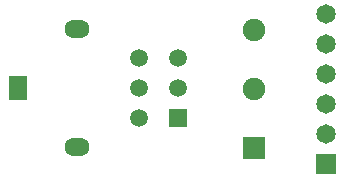
<source format=gbs>
%FSLAX33Y33*%
%MOMM*%
%AMRect-W1500000-H1500000-RO1.500*
21,1,1.5,1.5,0.,0.,90*%
%AMRect-W1650000-H1650000-RO1.000*
21,1,1.65,1.65,0.,0.,180*%
%AMRR-H1600000-W2100000-R800000-RO0.000*
21,1,0.5,1.6,0.,0.,360*
1,1,1.6,-0.25,0.*
1,1,1.6,0.25,0.*
1,1,1.6,0.25,-0.*
1,1,1.6,-0.25,0.*%
%AMRect-W1900000-H1900000-RO1.500*
21,1,1.9,1.9,0.,0.,90*%
%ADD10C,1.5*%
%ADD11Rect-W1500000-H1500000-RO1.500*%
%ADD12C,1.65*%
%ADD13Rect-W1650000-H1650000-RO1.000*%
%ADD14R,1.6X2.1*%
%ADD15RR-H1600000-W2100000-R800000-RO0.000*%
%ADD16C,1.9*%
%ADD17Rect-W1900000-H1900000-RO1.500*%
D10*
%LNbottom solder mask_traces*%
%LNbottom solder mask component 371277481632569b*%
G01*
X16950Y8325D03*
X16950Y10825D03*
X13650Y10825D03*
X13650Y8325D03*
X13650Y5825D03*
D11*
X16950Y5825D03*
%LNbottom solder mask component 88a1b529ef9425af*%
D12*
X29475Y4440D03*
X29475Y6980D03*
X29475Y9520D03*
X29475Y12060D03*
X29475Y14600D03*
D13*
X29475Y1900D03*
%LNbottom solder mask component 74e201dee53170e3*%
D14*
X3350Y8325D03*
D15*
X8350Y3325D03*
X8350Y13325D03*
%LNbottom solder mask component 7681f6a6543890c3*%
D16*
X23375Y8275D03*
X23375Y13275D03*
D17*
X23375Y3275D03*
M02*
</source>
